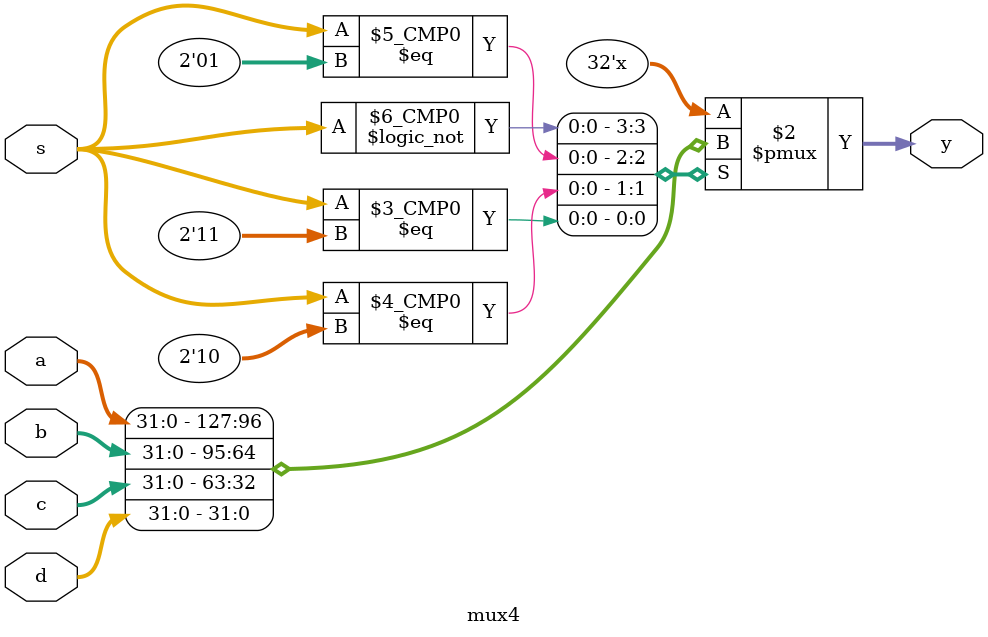
<source format=v>
module mux4 #(parameter W=32) (input [W-1:0]a,b,c,d, input [1:0] s, output reg [W-1:0] y);


always @(*)
	case(s)
	0: y=a;
	1: y=b;
	2: y=c;
	3: y=d;
	endcase

endmodule
</source>
